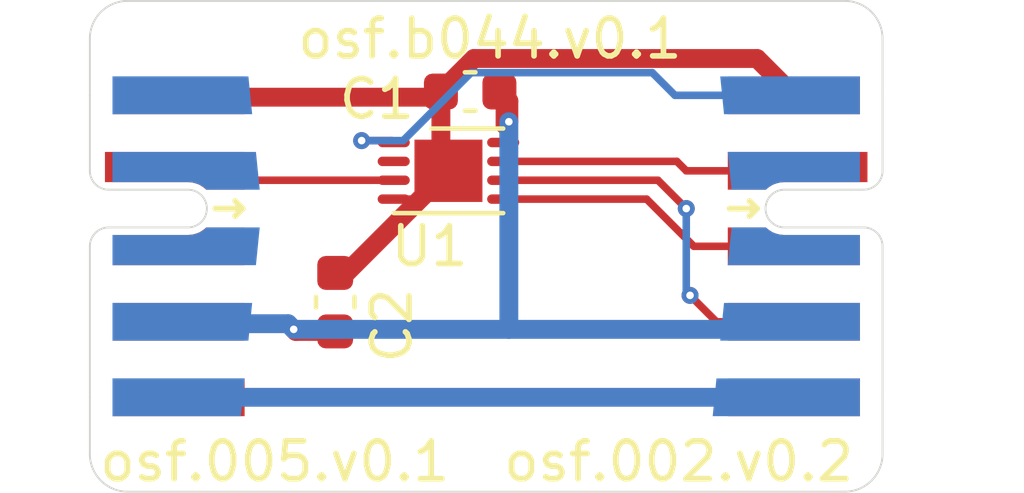
<source format=kicad_pcb>
(kicad_pcb (version 20171130) (host pcbnew "(5.1.9)-1")

  (general
    (thickness 1.6)
    (drawings 13)
    (tracks 52)
    (zones 0)
    (modules 5)
    (nets 9)
  )

  (page A4)
  (layers
    (0 F.Cu signal)
    (31 B.Cu signal)
    (32 B.Adhes user)
    (33 F.Adhes user)
    (34 B.Paste user)
    (35 F.Paste user)
    (36 B.SilkS user)
    (37 F.SilkS user)
    (38 B.Mask user)
    (39 F.Mask user)
    (40 Dwgs.User user)
    (41 Cmts.User user)
    (42 Eco1.User user)
    (43 Eco2.User user)
    (44 Edge.Cuts user)
    (45 Margin user)
    (46 B.CrtYd user)
    (47 F.CrtYd user)
    (48 B.Fab user)
    (49 F.Fab user)
  )

  (setup
    (last_trace_width 0.15)
    (user_trace_width 0.2)
    (user_trace_width 0.5)
    (trace_clearance 0.15)
    (zone_clearance 0.4)
    (zone_45_only no)
    (trace_min 0.15)
    (via_size 0.45)
    (via_drill 0.2)
    (via_min_size 0.45)
    (via_min_drill 0.2)
    (uvia_size 0.3)
    (uvia_drill 0.1)
    (uvias_allowed no)
    (uvia_min_size 0.2)
    (uvia_min_drill 0.1)
    (edge_width 0.05)
    (segment_width 0.2)
    (pcb_text_width 0.3)
    (pcb_text_size 1.5 1.5)
    (mod_edge_width 0.12)
    (mod_text_size 1 1)
    (mod_text_width 0.15)
    (pad_size 1.524 1.524)
    (pad_drill 0.762)
    (pad_to_mask_clearance 0.04)
    (solder_mask_min_width 0.1)
    (aux_axis_origin 0 0)
    (visible_elements 7FFFFFFF)
    (pcbplotparams
      (layerselection 0x010fc_ffffffff)
      (usegerberextensions false)
      (usegerberattributes false)
      (usegerberadvancedattributes false)
      (creategerberjobfile false)
      (excludeedgelayer true)
      (linewidth 0.100000)
      (plotframeref false)
      (viasonmask false)
      (mode 1)
      (useauxorigin false)
      (hpglpennumber 1)
      (hpglpenspeed 20)
      (hpglpendiameter 15.000000)
      (psnegative false)
      (psa4output false)
      (plotreference true)
      (plotvalue true)
      (plotinvisibletext false)
      (padsonsilk false)
      (subtractmaskfromsilk false)
      (outputformat 1)
      (mirror false)
      (drillshape 0)
      (scaleselection 1)
      (outputdirectory "gerber"))
  )

  (net 0 "")
  (net 1 GND)
  (net 2 +3V3)
  (net 3 /bridge/1wire)
  (net 4 +5V)
  (net 5 /bridge/MOSI)
  (net 6 /bridge/MISO)
  (net 7 /bridge/SCLK)
  (net 8 /bridge/CS)

  (net_class Default "This is the default net class."
    (clearance 0.15)
    (trace_width 0.15)
    (via_dia 0.45)
    (via_drill 0.2)
    (uvia_dia 0.3)
    (uvia_drill 0.1)
    (add_net +3V3)
    (add_net +5V)
    (add_net /bridge/1wire)
    (add_net /bridge/CS)
    (add_net /bridge/MISO)
    (add_net /bridge/MOSI)
    (add_net /bridge/SCLK)
    (add_net GND)
  )

  (module on_edge:on_edge_2x05_host (layer F.Cu) (tedit 607DF692) (tstamp 60A7FAF8)
    (at 98 80.5 270)
    (path /60A7F9DA)
    (attr virtual)
    (fp_text reference J2 (at 0.05 -3.2 180 unlocked) (layer F.Fab)
      (effects (font (size 0.5 0.5) (thickness 0.125)))
    )
    (fp_text value 002_SPI (at -1.2 -2 90) (layer F.Fab)
      (effects (font (size 1 1) (thickness 0.15)))
    )
    (fp_line (start -1 4.05) (end -1 3.323) (layer F.SilkS) (width 0.153))
    (fp_line (start -0.8 3.523) (end -1 3.323) (layer F.SilkS) (width 0.153))
    (fp_line (start -1 3.323) (end -1.2 3.523) (layer F.SilkS) (width 0.153))
    (fp_line (start -1.5 0.5) (end -1.5 2.6) (layer Edge.Cuts) (width 0.05))
    (fp_line (start -0.5 2.6) (end -0.5 0.5) (layer Edge.Cuts) (width 0.05))
    (fp_line (start -4 0) (end -2 0) (layer Edge.Cuts) (width 0.05))
    (fp_line (start 0 0) (end 4 0) (layer Edge.Cuts) (width 0.05))
    (fp_line (start -5 5) (end 5 5) (layer F.CrtYd) (width 0.05))
    (fp_line (start 5 5) (end 5 -0.5) (layer F.CrtYd) (width 0.05))
    (fp_line (start 5 -0.5) (end -5 -0.5) (layer F.CrtYd) (width 0.05))
    (fp_line (start -5 -0.5) (end -5 5) (layer F.CrtYd) (width 0.05))
    (fp_line (start 5 5) (end -5 5) (layer B.CrtYd) (width 0.05))
    (fp_line (start -5 5) (end -5 -0.5) (layer B.CrtYd) (width 0.05))
    (fp_line (start -5 -0.5) (end 5 -0.5) (layer B.CrtYd) (width 0.05))
    (fp_line (start 5 -0.5) (end 5 5) (layer B.CrtYd) (width 0.05))
    (fp_arc (start 0 0.5) (end 0 0) (angle -90) (layer Edge.Cuts) (width 0.05))
    (fp_arc (start -2 0.5) (end -1.5 0.5) (angle -90) (layer Edge.Cuts) (width 0.05))
    (fp_arc (start -1 2.6) (end -1.5 2.6) (angle -180) (layer Edge.Cuts) (width 0.05))
    (pad 2 smd custom (at -2 3.6 270) (size 1 1) (layers F.Cu F.Mask)
      (net 5 /bridge/MOSI) (zone_connect 0)
      (options (clearance outline) (anchor rect))
      (primitives
        (gr_poly (pts
           (xy 0.3 -0.99) (xy 0.31 -0.88) (xy 0.33 -0.8) (xy 0.35 -0.74) (xy 0.37 -0.69)
           (xy 0.4 -0.64) (xy 0.44 -0.58) (xy 0.48 -0.53) (xy 0.5 -0.51) (xy 0.5 0.5)
           (xy -0.5 0.5) (xy -0.5 -3.2) (xy 0.3 -3.2)) (width 0))
      ))
    (pad 3 smd custom (at 0 3.6 270) (size 1 1) (layers F.Cu F.Mask)
      (net 6 /bridge/MISO) (zone_connect 0)
      (options (clearance outline) (anchor rect))
      (primitives
        (gr_poly (pts
           (xy -0.3 -0.99) (xy -0.31 -0.88) (xy -0.33 -0.8) (xy -0.35 -0.74) (xy -0.37 -0.69)
           (xy -0.4 -0.64) (xy -0.44 -0.58) (xy -0.48 -0.53) (xy -0.5 -0.51) (xy -0.5 0.5)
           (xy 0.5 0.5) (xy 0.5 -3) (xy -0.3 -3)) (width 0))
      ))
    (pad 8 smd custom (at 0 2.1 90) (size 0.4 0.4) (layers B.Cu B.Mask)
      (zone_connect 0)
      (options (clearance outline) (anchor rect))
      (primitives
        (gr_poly (pts
           (xy 0.3 -0.51) (xy 0.31 -0.62) (xy 0.33 -0.7) (xy 0.35 -0.76) (xy 0.37 -0.81)
           (xy 0.4 -0.86) (xy 0.44 -0.92) (xy 0.48 -0.97) (xy 0.5 -0.99) (xy 0.5 -1.9)
           (xy -0.5 -2) (xy -0.5 1.5) (xy 0.3 1.5)) (width 0))
      ))
    (pad 7 smd custom (at -2 2.1 90) (size 0.4 0.4) (layers B.Cu B.Mask)
      (zone_connect 0)
      (options (clearance outline) (anchor rect))
      (primitives
        (gr_poly (pts
           (xy -0.3 -0.51) (xy -0.31 -0.62) (xy -0.33 -0.7) (xy -0.35 -0.76) (xy -0.37 -0.81)
           (xy -0.4 -0.86) (xy -0.44 -0.92) (xy -0.48 -0.97) (xy -0.5 -0.99) (xy -0.5 -1.9)
           (xy 0.5 -2) (xy 0.5 1.5) (xy -0.3 1.5)) (width 0))
      ))
    (pad 4 smd rect (at 2 2.35 270) (size 1 3.5) (layers F.Cu F.Mask)
      (net 7 /bridge/SCLK) (zone_connect 0))
    (pad 10 smd custom (at 4 2.5 90) (size 1 3.8) (layers B.Cu B.Mask)
      (net 4 +5V) (zone_connect 0)
      (options (clearance outline) (anchor rect))
      (primitives
        (gr_poly (pts
           (xy 0.5 -1.9) (xy -0.5 -2) (xy -0.5 -1.9)) (width 0))
      ))
    (pad 9 smd custom (at 2 2.4 90) (size 1 3.6) (layers B.Cu B.Mask)
      (net 2 +3V3) (zone_connect 0)
      (options (clearance outline) (anchor rect))
      (primitives
        (gr_poly (pts
           (xy 0.5 -1.8) (xy -0.5 -1.9) (xy -0.5 -1.8)) (width 0))
      ))
    (pad 6 smd custom (at -4 2.4 90) (size 1 3.6) (layers B.Cu B.Mask)
      (net 8 /bridge/CS) (zone_connect 0)
      (options (clearance outline) (anchor rect))
      (primitives
        (gr_poly (pts
           (xy 0.5 -1.8) (xy 0.5 -1.9) (xy -0.5 -1.8)) (width 0))
      ))
    (pad 5 smd rect (at 4 2.35 270) (size 1 3.5) (layers F.Cu F.Mask)
      (zone_connect 0))
    (pad 1 smd rect (at -4 2.35 270) (size 1 3.5) (layers F.Cu F.Mask)
      (net 1 GND) (zone_connect 0))
  )

  (module Capacitor_SMD:C_0603_1608Metric (layer F.Cu) (tedit 5F68FEEE) (tstamp 60A853B3)
    (at 83.5 81.98 90)
    (descr "Capacitor SMD 0603 (1608 Metric), square (rectangular) end terminal, IPC_7351 nominal, (Body size source: IPC-SM-782 page 76, https://www.pcb-3d.com/wordpress/wp-content/uploads/ipc-sm-782a_amendment_1_and_2.pdf), generated with kicad-footprint-generator")
    (tags capacitor)
    (path /60A8884F/60A8ADEB)
    (attr smd)
    (fp_text reference C2 (at -0.62 1.5 90) (layer F.SilkS)
      (effects (font (size 1 1) (thickness 0.15)))
    )
    (fp_text value 1uF (at 0 1.43 90) (layer F.Fab)
      (effects (font (size 1 1) (thickness 0.15)))
    )
    (fp_line (start -0.8 0.4) (end -0.8 -0.4) (layer F.Fab) (width 0.1))
    (fp_line (start -0.8 -0.4) (end 0.8 -0.4) (layer F.Fab) (width 0.1))
    (fp_line (start 0.8 -0.4) (end 0.8 0.4) (layer F.Fab) (width 0.1))
    (fp_line (start 0.8 0.4) (end -0.8 0.4) (layer F.Fab) (width 0.1))
    (fp_line (start -0.14058 -0.51) (end 0.14058 -0.51) (layer F.SilkS) (width 0.12))
    (fp_line (start -0.14058 0.51) (end 0.14058 0.51) (layer F.SilkS) (width 0.12))
    (fp_line (start -1.48 0.73) (end -1.48 -0.73) (layer F.CrtYd) (width 0.05))
    (fp_line (start -1.48 -0.73) (end 1.48 -0.73) (layer F.CrtYd) (width 0.05))
    (fp_line (start 1.48 -0.73) (end 1.48 0.73) (layer F.CrtYd) (width 0.05))
    (fp_line (start 1.48 0.73) (end -1.48 0.73) (layer F.CrtYd) (width 0.05))
    (fp_text user %R (at 0 0 90) (layer F.Fab)
      (effects (font (size 0.4 0.4) (thickness 0.06)))
    )
    (pad 2 smd roundrect (at 0.775 0 90) (size 0.9 0.95) (layers F.Cu F.Paste F.Mask) (roundrect_rratio 0.25)
      (net 1 GND))
    (pad 1 smd roundrect (at -0.775 0 90) (size 0.9 0.95) (layers F.Cu F.Paste F.Mask) (roundrect_rratio 0.25)
      (net 2 +3V3))
    (model ${KISYS3DMOD}/Capacitor_SMD.3dshapes/C_0603_1608Metric.wrl
      (at (xyz 0 0 0))
      (scale (xyz 1 1 1))
      (rotate (xyz 0 0 0))
    )
  )

  (module Capacitor_SMD:C_0603_1608Metric (layer F.Cu) (tedit 5F68FEEE) (tstamp 60A86155)
    (at 87.075 76.4 180)
    (descr "Capacitor SMD 0603 (1608 Metric), square (rectangular) end terminal, IPC_7351 nominal, (Body size source: IPC-SM-782 page 76, https://www.pcb-3d.com/wordpress/wp-content/uploads/ipc-sm-782a_amendment_1_and_2.pdf), generated with kicad-footprint-generator")
    (tags capacitor)
    (path /60A8884F/60A8ADF8)
    (attr smd)
    (fp_text reference C1 (at 2.475 -0.2) (layer F.SilkS)
      (effects (font (size 1 1) (thickness 0.15)))
    )
    (fp_text value 1uF (at 0 1.43) (layer F.Fab)
      (effects (font (size 1 1) (thickness 0.15)))
    )
    (fp_line (start -0.8 0.4) (end -0.8 -0.4) (layer F.Fab) (width 0.1))
    (fp_line (start -0.8 -0.4) (end 0.8 -0.4) (layer F.Fab) (width 0.1))
    (fp_line (start 0.8 -0.4) (end 0.8 0.4) (layer F.Fab) (width 0.1))
    (fp_line (start 0.8 0.4) (end -0.8 0.4) (layer F.Fab) (width 0.1))
    (fp_line (start -0.14058 -0.51) (end 0.14058 -0.51) (layer F.SilkS) (width 0.12))
    (fp_line (start -0.14058 0.51) (end 0.14058 0.51) (layer F.SilkS) (width 0.12))
    (fp_line (start -1.48 0.73) (end -1.48 -0.73) (layer F.CrtYd) (width 0.05))
    (fp_line (start -1.48 -0.73) (end 1.48 -0.73) (layer F.CrtYd) (width 0.05))
    (fp_line (start 1.48 -0.73) (end 1.48 0.73) (layer F.CrtYd) (width 0.05))
    (fp_line (start 1.48 0.73) (end -1.48 0.73) (layer F.CrtYd) (width 0.05))
    (fp_text user %R (at 0 0) (layer F.Fab)
      (effects (font (size 0.4 0.4) (thickness 0.06)))
    )
    (pad 2 smd roundrect (at 0.775 0 180) (size 0.9 0.95) (layers F.Cu F.Paste F.Mask) (roundrect_rratio 0.25)
      (net 1 GND))
    (pad 1 smd roundrect (at -0.775 0 180) (size 0.9 0.95) (layers F.Cu F.Paste F.Mask) (roundrect_rratio 0.25)
      (net 2 +3V3))
    (model ${KISYS3DMOD}/Capacitor_SMD.3dshapes/C_0603_1608Metric.wrl
      (at (xyz 0 0 0))
      (scale (xyz 1 1 1))
      (rotate (xyz 0 0 0))
    )
  )

  (module Package_DFN_QFN:TDFN-8-1EP_3x2mm_P0.5mm_EP1.80x1.65mm (layer F.Cu) (tedit 5EA4C161) (tstamp 60A85431)
    (at 86.5 78.5)
    (descr "8-lead plastic dual flat, 2x3x0.75mm size, 0.5mm pitch (http://ww1.microchip.com/downloads/en/DeviceDoc/8L_TDFN_2x3_MN_C04-0129E-MN.pdf)")
    (tags "TDFN DFN 0.5mm")
    (path /60A8884F/60A899D5)
    (attr smd)
    (fp_text reference U1 (at -0.5 2) (layer F.SilkS)
      (effects (font (size 1 1) (thickness 0.15)))
    )
    (fp_text value DS28E18 (at 0 1.88) (layer F.Fab)
      (effects (font (size 1 1) (thickness 0.15)))
    )
    (fp_line (start -1.5 -0.5) (end -1.5 1) (layer F.Fab) (width 0.1))
    (fp_line (start -1.5 1) (end 1.5 1) (layer F.Fab) (width 0.1))
    (fp_line (start 1.5 1) (end 1.5 -1) (layer F.Fab) (width 0.1))
    (fp_line (start 1.5 -1) (end -1 -1) (layer F.Fab) (width 0.1))
    (fp_line (start -1 -1) (end -1.5 -0.5) (layer F.Fab) (width 0.1))
    (fp_line (start -0.45 -1.12) (end 1.45 -1.12) (layer F.SilkS) (width 0.12))
    (fp_line (start -1.45 1.12) (end 1.45 1.12) (layer F.SilkS) (width 0.12))
    (fp_line (start -2.13 -1.25) (end -2.13 1.25) (layer F.CrtYd) (width 0.05))
    (fp_line (start -2.13 1.25) (end 2.13 1.25) (layer F.CrtYd) (width 0.05))
    (fp_line (start 2.13 1.25) (end 2.13 -1.25) (layer F.CrtYd) (width 0.05))
    (fp_line (start 2.13 -1.25) (end -2.13 -1.25) (layer F.CrtYd) (width 0.05))
    (fp_text user %R (at 0 0) (layer F.Fab)
      (effects (font (size 0.6 0.6) (thickness 0.09)))
    )
    (pad "" smd rect (at 0 0.5) (size 0.7 0.65) (layers F.Paste))
    (pad "" smd rect (at 0 -0.5) (size 0.7 0.65) (layers F.Paste))
    (pad "" smd rect (at 0 0) (size 1.8 0.7) (layers F.Paste))
    (pad 9 smd rect (at 0 0) (size 1.8 1.65) (layers F.Cu F.Mask)
      (net 1 GND))
    (pad 5 smd oval (at 1.45 0.75) (size 0.85 0.25) (layers F.Cu F.Paste F.Mask)
      (net 6 /bridge/MISO))
    (pad 6 smd oval (at 1.45 0.25) (size 0.85 0.25) (layers F.Cu F.Paste F.Mask)
      (net 7 /bridge/SCLK))
    (pad 7 smd oval (at 1.45 -0.25) (size 0.85 0.25) (layers F.Cu F.Paste F.Mask)
      (net 5 /bridge/MOSI))
    (pad 8 smd oval (at 1.45 -0.75) (size 0.85 0.25) (layers F.Cu F.Paste F.Mask)
      (net 2 +3V3))
    (pad 4 smd oval (at -1.45 0.75) (size 0.85 0.25) (layers F.Cu F.Paste F.Mask)
      (net 1 GND))
    (pad 3 smd oval (at -1.45 0.25) (size 0.85 0.25) (layers F.Cu F.Paste F.Mask)
      (net 3 /bridge/1wire))
    (pad 2 smd oval (at -1.45 -0.25) (size 0.85 0.25) (layers F.Cu F.Paste F.Mask))
    (pad 1 smd oval (at -1.45 -0.75) (size 0.85 0.25) (layers F.Cu F.Paste F.Mask)
      (net 8 /bridge/CS))
    (model ${KISYS3DMOD}/Package_DFN_QFN.3dshapes/TDFN-8-1EP_3x2mm_P0.5mm_EP1.80x1.65mm.wrl
      (at (xyz 0 0 0))
      (scale (xyz 1 1 1))
      (rotate (xyz 0 0 0))
    )
  )

  (module on_edge:on_edge_2x05_device (layer F.Cu) (tedit 607DF540) (tstamp 60A853D3)
    (at 77 80.5 270)
    (path /60A80E5F)
    (attr virtual)
    (fp_text reference J1 (at 0 1.2 270 unlocked) (layer F.Fab)
      (effects (font (size 0.5 0.5) (thickness 0.05)))
    )
    (fp_text value 005_1wire (at 0 2 270 unlocked) (layer F.Fab)
      (effects (font (size 0.5 0.5) (thickness 0.05)))
    )
    (fp_line (start -1.5 -2.6) (end -1.5 -0.5) (layer Edge.Cuts) (width 0.05))
    (fp_line (start -0.5 -0.5) (end -0.5 -2.6) (layer Edge.Cuts) (width 0.05))
    (fp_line (start -1.2 -3.85) (end -1 -4.05) (layer F.SilkS) (width 0.153))
    (fp_line (start -1 -4.05) (end -0.8 -3.85) (layer F.SilkS) (width 0.153))
    (fp_line (start -1 -4.05) (end -1 -3.323) (layer F.SilkS) (width 0.153))
    (fp_line (start -4 0) (end -2 0) (layer Edge.Cuts) (width 0.05))
    (fp_line (start 0 0) (end 4 0) (layer Edge.Cuts) (width 0.05))
    (fp_line (start -5 -5) (end 5 -5) (layer F.CrtYd) (width 0.05))
    (fp_line (start 5 -5) (end 5 0.5) (layer F.CrtYd) (width 0.05))
    (fp_line (start 5 0.5) (end -5 0.5) (layer F.CrtYd) (width 0.05))
    (fp_line (start -5 0.5) (end -5 -5) (layer F.CrtYd) (width 0.05))
    (fp_line (start 5 -5) (end -5 -5) (layer B.CrtYd) (width 0.05))
    (fp_line (start -5 -5) (end -5 0.5) (layer B.CrtYd) (width 0.05))
    (fp_line (start -5 0.5) (end 5 0.5) (layer B.CrtYd) (width 0.05))
    (fp_line (start 5 0.5) (end 5 -5) (layer B.CrtYd) (width 0.05))
    (fp_arc (start -2 -0.5) (end -2 0) (angle -90) (layer Edge.Cuts) (width 0.05))
    (fp_arc (start 0 -0.5) (end -0.5 -0.5) (angle -90) (layer Edge.Cuts) (width 0.05))
    (fp_arc (start -1 -2.6) (end -0.5 -2.6) (angle -180) (layer Edge.Cuts) (width 0.05))
    (pad 2 smd custom (at -2 -3.6 270) (size 1 1) (layers F.Cu F.Mask)
      (net 3 /bridge/1wire) (zone_connect 0)
      (options (clearance outline) (anchor rect))
      (primitives
        (gr_poly (pts
           (xy 0.3 1) (xy 0.31 0.89) (xy 0.33 0.81) (xy 0.35 0.75) (xy 0.37 0.7)
           (xy 0.4 0.65) (xy 0.44 0.59) (xy 0.48 0.54) (xy 0.5 0.52) (xy 0.5 -0.5)
           (xy -0.5 -0.5) (xy -0.5 3.2) (xy 0.3 3.2)) (width 0))
      ))
    (pad 3 smd custom (at 0 -3.6 270) (size 1 1) (layers F.Cu F.Mask)
      (zone_connect 0)
      (options (clearance outline) (anchor rect))
      (primitives
        (gr_poly (pts
           (xy -0.3 1) (xy -0.31 0.89) (xy -0.33 0.81) (xy -0.35 0.75) (xy -0.37 0.7)
           (xy -0.4 0.65) (xy -0.44 0.59) (xy -0.48 0.54) (xy -0.5 0.52) (xy -0.5 -0.5)
           (xy 0.5 -0.5) (xy 0.5 3) (xy -0.3 3)) (width 0))
      ))
    (pad 8 smd custom (at 0 -2.1 270) (size 0.4 0.4) (layers B.Cu B.Mask)
      (zone_connect 0)
      (options (clearance outline) (anchor rect))
      (primitives
        (gr_poly (pts
           (xy -0.3 -0.51) (xy -0.31 -0.62) (xy -0.33 -0.7) (xy -0.35 -0.76) (xy -0.37 -0.81)
           (xy -0.4 -0.86) (xy -0.44 -0.92) (xy -0.48 -0.97) (xy -0.5 -0.99) (xy -0.5 -2.4)
           (xy 0.5 -2.3) (xy 0.5 1.5) (xy -0.3 1.5)) (width 0))
      ))
    (pad 7 smd custom (at -2 -2.1 270) (size 0.4 0.4) (layers B.Cu B.Mask)
      (zone_connect 0)
      (options (clearance outline) (anchor rect))
      (primitives
        (gr_poly (pts
           (xy 0.3 -0.51) (xy 0.31 -0.62) (xy 0.33 -0.7) (xy 0.35 -0.76) (xy 0.37 -0.81)
           (xy 0.4 -0.86) (xy 0.44 -0.92) (xy 0.48 -0.97) (xy 0.5 -0.99) (xy 0.5 -2.4)
           (xy -0.5 -2.3) (xy -0.5 1.5) (xy 0.3 1.5)) (width 0))
      ))
    (pad 10 smd custom (at 4 -2.3 270) (size 1 3.4) (layers B.Cu B.Mask)
      (net 4 +5V) (zone_connect 0)
      (options (clearance outline) (anchor rect))
      (primitives
        (gr_poly (pts
           (xy -0.5 -1.7) (xy -0.5 -1.8) (xy 0.5 -1.7)) (width 0))
      ))
    (pad 9 smd custom (at 2 -2.4 270) (size 1 3.6) (layers B.Cu B.Mask)
      (net 2 +3V3) (zone_connect 0)
      (options (clearance outline) (anchor rect))
      (primitives
        (gr_poly (pts
           (xy -0.5 -1.8) (xy -0.5 -1.9) (xy 0.5 -1.8)) (width 0))
      ))
    (pad 6 smd custom (at -4 -2.4 270) (size 1 3.6) (layers B.Cu B.Mask)
      (zone_connect 0)
      (options (clearance outline) (anchor rect))
      (primitives
        (gr_poly (pts
           (xy 0.5 -1.8) (xy 0.5 -1.9) (xy -0.5 -1.8)) (width 0))
      ))
    (pad 5 smd rect (at 4 -2.35 90) (size 1 3.5) (layers F.Cu F.Mask)
      (zone_connect 0))
    (pad 1 smd rect (at -4 -2.35 90) (size 1 3.5) (layers F.Cu F.Mask)
      (net 1 GND) (zone_connect 0))
    (pad 4 smd rect (at 2 -2.35 90) (size 1 3.5) (layers F.Cu F.Mask)
      (zone_connect 0))
  )

  (gr_text osf.002.v0.2 (at 92.6 86.2) (layer F.SilkS) (tstamp 60A86256)
    (effects (font (size 1 1) (thickness 0.15)))
  )
  (gr_text osf.005.v0.1 (at 81.9 86.2) (layer F.SilkS) (tstamp 60A86256)
    (effects (font (size 1 1) (thickness 0.15)))
  )
  (gr_text osf.b044.v0.1 (at 87.6 75) (layer F.SilkS)
    (effects (font (size 1 1) (thickness 0.15)))
  )
  (gr_line (start 77 86) (end 77 84.5) (layer Edge.Cuts) (width 0.05))
  (gr_line (start 98 76.5) (end 98 75) (layer Edge.Cuts) (width 0.05) (tstamp 6083D7CB))
  (gr_line (start 98 86) (end 98 84.5) (layer Edge.Cuts) (width 0.05))
  (gr_line (start 97 74) (end 78 74) (layer Edge.Cuts) (width 0.05) (tstamp 6083D74C))
  (gr_line (start 77 76.5) (end 77 75) (layer Edge.Cuts) (width 0.05) (tstamp 6083704E))
  (gr_line (start 97 87) (end 78 87) (layer Edge.Cuts) (width 0.05) (tstamp 6083704D))
  (gr_arc (start 78 86) (end 77 86) (angle -90) (layer Edge.Cuts) (width 0.05))
  (gr_arc (start 97 86) (end 97 87) (angle -90) (layer Edge.Cuts) (width 0.05))
  (gr_arc (start 78 75) (end 78 74) (angle -90) (layer Edge.Cuts) (width 0.05))
  (gr_arc (start 97 75) (end 98 75) (angle -90) (layer Edge.Cuts) (width 0.05))

  (segment (start 86.15 76.55) (end 86.3 76.4) (width 0.5) (layer F.Cu) (net 1))
  (segment (start 79.35 76.55) (end 86.15 76.55) (width 0.5) (layer F.Cu) (net 1))
  (segment (start 86.3 78.3) (end 86.5 78.5) (width 0.5) (layer F.Cu) (net 1))
  (segment (start 86.3 76.4) (end 86.3 78.3) (width 0.5) (layer F.Cu) (net 1))
  (segment (start 83.795 81.205) (end 83.5 81.205) (width 0.5) (layer F.Cu) (net 1))
  (segment (start 86.5 78.5) (end 83.795 81.205) (width 0.5) (layer F.Cu) (net 1))
  (segment (start 87.17501 75.52499) (end 86.3 76.4) (width 0.5) (layer F.Cu) (net 1))
  (segment (start 94.67499 75.52499) (end 87.17501 75.52499) (width 0.5) (layer F.Cu) (net 1))
  (segment (start 95.65 76.5) (end 94.67499 75.52499) (width 0.5) (layer F.Cu) (net 1))
  (segment (start 85.75 79.25) (end 86.5 78.5) (width 0.2) (layer F.Cu) (net 1))
  (segment (start 85.05 79.25) (end 85.75 79.25) (width 0.2) (layer F.Cu) (net 1))
  (segment (start 82.25 82.55) (end 82.4 82.7) (width 0.5) (layer B.Cu) (net 2))
  (via (at 82.4 82.7) (size 0.45) (drill 0.2) (layers F.Cu B.Cu) (net 2))
  (segment (start 79.4 82.55) (end 82.25 82.55) (width 0.5) (layer B.Cu) (net 2))
  (segment (start 87.85 77.35) (end 87.85 76.4) (width 0.2) (layer F.Cu) (net 2))
  (segment (start 87.95 77.45) (end 87.85 77.35) (width 0.2) (layer F.Cu) (net 2))
  (segment (start 87.95 77.75) (end 87.95 77.45) (width 0.2) (layer F.Cu) (net 2))
  (segment (start 82.455 82.755) (end 82.4 82.7) (width 0.5) (layer F.Cu) (net 2))
  (segment (start 83.5 82.755) (end 82.455 82.755) (width 0.5) (layer F.Cu) (net 2))
  (segment (start 95.4 82.7) (end 95.6 82.5) (width 0.5) (layer B.Cu) (net 2))
  (via (at 88.1 77.2) (size 0.45) (drill 0.2) (layers F.Cu B.Cu) (net 2))
  (segment (start 82.4 82.7) (end 88.1 82.7) (width 0.5) (layer B.Cu) (net 2))
  (segment (start 88.1 82.7) (end 88.1 77.2) (width 0.5) (layer B.Cu) (net 2))
  (segment (start 88.1 82.7) (end 95.4 82.7) (width 0.5) (layer B.Cu) (net 2))
  (segment (start 88.1 76.65) (end 87.85 76.4) (width 0.5) (layer F.Cu) (net 2))
  (segment (start 88.1 77.2) (end 88.1 76.65) (width 0.5) (layer F.Cu) (net 2))
  (segment (start 80.8 78.75) (end 80.6 78.55) (width 0.2) (layer F.Cu) (net 3))
  (segment (start 85.05 78.75) (end 80.8 78.75) (width 0.2) (layer F.Cu) (net 3))
  (segment (start 79.35 84.5) (end 79.3 84.55) (width 0.5) (layer B.Cu) (net 4))
  (segment (start 95.5 84.5) (end 79.35 84.5) (width 0.5) (layer B.Cu) (net 4))
  (segment (start 87.95 78.25) (end 92.55 78.25) (width 0.2) (layer F.Cu) (net 5))
  (segment (start 92.8 78.5) (end 94.4 78.5) (width 0.2) (layer F.Cu) (net 5))
  (segment (start 92.55 78.25) (end 92.8 78.5) (width 0.2) (layer F.Cu) (net 5))
  (segment (start 94.4 80.5) (end 93 80.5) (width 0.2) (layer F.Cu) (net 6))
  (segment (start 91.75 79.25) (end 87.95 79.25) (width 0.2) (layer F.Cu) (net 6))
  (segment (start 93 80.5) (end 91.75 79.25) (width 0.2) (layer F.Cu) (net 6))
  (via (at 92.8 79.5) (size 0.45) (drill 0.2) (layers F.Cu B.Cu) (net 7))
  (segment (start 92.05 78.75) (end 92.8 79.5) (width 0.2) (layer F.Cu) (net 7))
  (segment (start 87.95 78.75) (end 92.05 78.75) (width 0.2) (layer F.Cu) (net 7))
  (via (at 92.9 81.8) (size 0.45) (drill 0.2) (layers F.Cu B.Cu) (net 7))
  (segment (start 92.8 81.7) (end 92.9 81.8) (width 0.2) (layer B.Cu) (net 7))
  (segment (start 92.8 79.5) (end 92.8 81.7) (width 0.2) (layer B.Cu) (net 7))
  (segment (start 93.6 82.5) (end 95.65 82.5) (width 0.2) (layer F.Cu) (net 7))
  (segment (start 92.9 81.8) (end 93.6 82.5) (width 0.2) (layer F.Cu) (net 7))
  (segment (start 95.6 76.5) (end 92.5 76.5) (width 0.2) (layer B.Cu) (net 8))
  (segment (start 92.5 76.5) (end 91.9 75.9) (width 0.2) (layer B.Cu) (net 8))
  (segment (start 91.9 75.9) (end 87.1 75.9) (width 0.2) (layer B.Cu) (net 8))
  (via (at 84.2 77.7) (size 0.45) (drill 0.2) (layers F.Cu B.Cu) (net 8))
  (segment (start 85.3 77.7) (end 84.2 77.7) (width 0.2) (layer B.Cu) (net 8))
  (segment (start 87.1 75.9) (end 85.3 77.7) (width 0.2) (layer B.Cu) (net 8))
  (segment (start 85 77.7) (end 85.05 77.75) (width 0.2) (layer F.Cu) (net 8))
  (segment (start 84.2 77.7) (end 85 77.7) (width 0.2) (layer F.Cu) (net 8))

)

</source>
